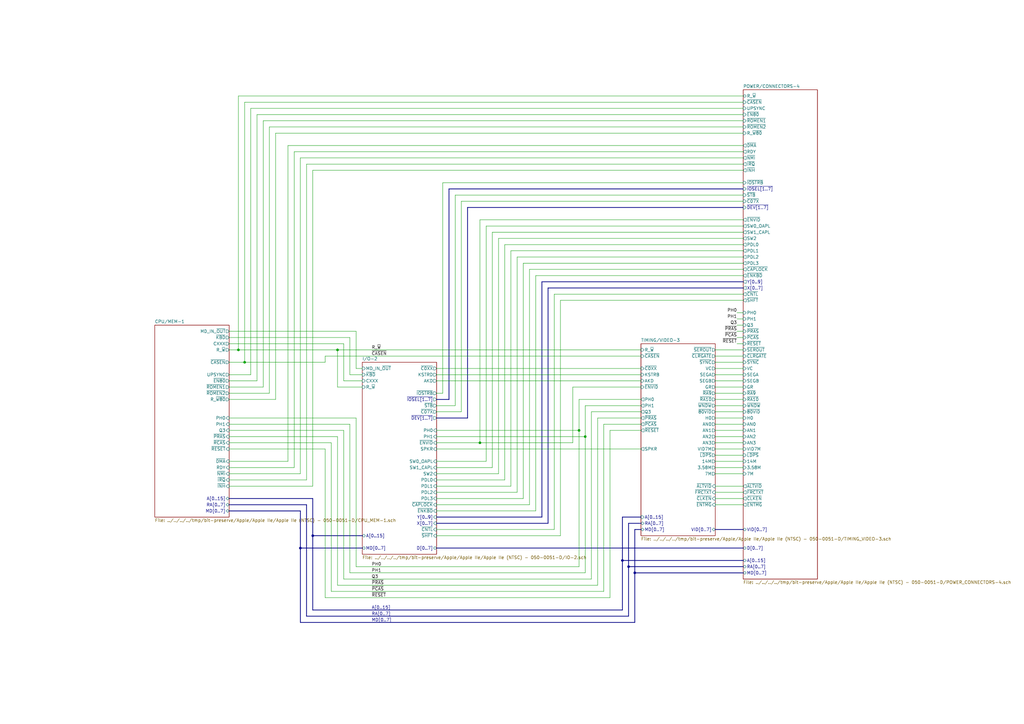
<source format=kicad_sch>
(kicad_sch (version 20230121) (generator eeschema)
  (paper "A3")
  (title_block (title "Apple IIe Computer (NTSC) 050-0051-D"))
  (lib_symbols)
  (junction (at 196.85 181.61))
  (junction (at 257.81 232.41))
  (junction (at 138.43 143.51))
  (junction (at 260.35 234.95))
  (junction (at 97.79 143.51))
  (junction (at 240.03 179.07))
  (junction (at 255.27 229.87))
  (junction (at 128.27 219.71))
  (junction (at 237.49 176.53))
  (junction (at 100.33 148.59))
  (junction (at 123.19 224.79))
  (wire (pts (xy 93.98 176.53) (xy 140.97 176.53)))
  (wire (pts (xy 179.07 207.01) (xy 217.17 207.01)))
  (bus (pts (xy 262.89 217.17) (xy 260.35 217.17)))
  (wire (pts (xy 293.37 181.61) (xy 304.8 181.61)))
  (bus (pts (xy 123.19 209.55) (xy 123.19 224.79)))
  (wire (pts (xy 138.43 158.75) (xy 138.43 143.51)))
  (bus (pts (xy 304.8 85.09) (xy 191.77 85.09)))
  (wire (pts (xy 214.63 204.47) (xy 179.07 204.47)))
  (wire (pts (xy 293.37 158.75) (xy 304.8 158.75)))
  (bus (pts (xy 128.27 219.71) (xy 148.59 219.71)))
  (wire (pts (xy 293.37 184.15) (xy 304.8 184.15)))
  (wire (pts (xy 304.8 123.19) (xy 229.87 123.19)))
  (wire (pts (xy 140.97 140.97) (xy 93.98 140.97)))
  (wire (pts (xy 120.65 191.77) (xy 93.98 191.77)))
  (wire (pts (xy 118.11 59.69) (xy 304.8 59.69)))
  (bus (pts (xy 125.73 207.01) (xy 125.73 252.73)))
  (wire (pts (xy 304.8 113.03) (xy 219.71 113.03)))
  (bus (pts (xy 255.27 212.09) (xy 255.27 229.87)))
  (bus (pts (xy 255.27 212.09) (xy 262.89 212.09)))
  (wire (pts (xy 262.89 184.15) (xy 179.07 184.15)))
  (bus (pts (xy 255.27 229.87) (xy 255.27 250.19)))
  (wire (pts (xy 181.61 161.29) (xy 181.61 74.93)))
  (wire (pts (xy 179.07 166.37) (xy 186.69 166.37)))
  (wire (pts (xy 293.37 204.47) (xy 304.8 204.47)))
  (bus (pts (xy 222.25 115.57) (xy 304.8 115.57)))
  (wire (pts (xy 304.8 52.07) (xy 110.49 52.07)))
  (bus (pts (xy 128.27 250.19) (xy 255.27 250.19)))
  (wire (pts (xy 146.05 232.41) (xy 146.05 171.45)))
  (wire (pts (xy 237.49 163.83) (xy 237.49 176.53)))
  (wire (pts (xy 102.87 44.45) (xy 304.8 44.45)))
  (wire (pts (xy 293.37 201.93) (xy 304.8 201.93)))
  (wire (pts (xy 293.37 199.39) (xy 304.8 199.39)))
  (wire (pts (xy 207.01 196.85) (xy 179.07 196.85)))
  (wire (pts (xy 100.33 41.91) (xy 100.33 148.59)))
  (wire (pts (xy 93.98 158.75) (xy 107.95 158.75)))
  (wire (pts (xy 302.26 130.81) (xy 304.8 130.81)))
  (wire (pts (xy 204.47 97.79) (xy 304.8 97.79)))
  (wire (pts (xy 304.8 54.61) (xy 113.03 54.61)))
  (wire (pts (xy 302.26 140.97) (xy 304.8 140.97)))
  (wire (pts (xy 234.95 158.75) (xy 262.89 158.75)))
  (bus (pts (xy 93.98 209.55) (xy 123.19 209.55)))
  (wire (pts (xy 207.01 100.33) (xy 207.01 196.85)))
  (wire (pts (xy 201.93 191.77) (xy 179.07 191.77)))
  (wire (pts (xy 146.05 151.13) (xy 146.05 135.89)))
  (bus (pts (xy 128.27 219.71) (xy 128.27 250.19)))
  (wire (pts (xy 133.35 184.15) (xy 93.98 184.15)))
  (bus (pts (xy 224.79 118.11) (xy 224.79 214.63)))
  (wire (pts (xy 93.98 194.31) (xy 123.19 194.31)))
  (wire (pts (xy 138.43 179.07) (xy 138.43 240.03)))
  (wire (pts (xy 293.37 186.69) (xy 304.8 186.69)))
  (wire (pts (xy 293.37 153.67) (xy 304.8 153.67)))
  (wire (pts (xy 217.17 207.01) (xy 217.17 110.49)))
  (bus (pts (xy 304.8 77.47) (xy 184.15 77.47)))
  (wire (pts (xy 179.07 161.29) (xy 181.61 161.29)))
  (wire (pts (xy 234.95 181.61) (xy 234.95 158.75)))
  (wire (pts (xy 293.37 176.53) (xy 304.8 176.53)))
  (wire (pts (xy 143.51 173.99) (xy 93.98 173.99)))
  (wire (pts (xy 186.69 80.01) (xy 304.8 80.01)))
  (wire (pts (xy 250.19 176.53) (xy 250.19 245.11)))
  (wire (pts (xy 179.07 199.39) (xy 209.55 199.39)))
  (wire (pts (xy 120.65 62.23) (xy 120.65 191.77)))
  (wire (pts (xy 118.11 189.23) (xy 118.11 59.69)))
  (wire (pts (xy 138.43 143.51) (xy 262.89 143.51)))
  (wire (pts (xy 293.37 146.05) (xy 304.8 146.05)))
  (wire (pts (xy 250.19 245.11) (xy 133.35 245.11)))
  (wire (pts (xy 304.8 46.99) (xy 105.41 46.99)))
  (wire (pts (xy 304.8 67.31) (xy 125.73 67.31)))
  (bus (pts (xy 293.37 217.17) (xy 304.8 217.17)))
  (wire (pts (xy 179.07 217.17) (xy 227.33 217.17)))
  (wire (pts (xy 113.03 54.61) (xy 113.03 163.83)))
  (wire (pts (xy 219.71 209.55) (xy 179.07 209.55)))
  (wire (pts (xy 240.03 166.37) (xy 240.03 179.07)))
  (wire (pts (xy 219.71 113.03) (xy 219.71 209.55)))
  (wire (pts (xy 262.89 163.83) (xy 237.49 163.83)))
  (wire (pts (xy 135.89 181.61) (xy 93.98 181.61)))
  (wire (pts (xy 93.98 153.67) (xy 102.87 153.67)))
  (wire (pts (xy 140.97 156.21) (xy 140.97 140.97)))
  (wire (pts (xy 237.49 232.41) (xy 146.05 232.41)))
  (wire (pts (xy 212.09 201.93) (xy 179.07 201.93)))
  (wire (pts (xy 240.03 179.07) (xy 179.07 179.07)))
  (wire (pts (xy 245.11 240.03) (xy 138.43 240.03)))
  (wire (pts (xy 293.37 191.77) (xy 304.8 191.77)))
  (wire (pts (xy 293.37 166.37) (xy 304.8 166.37)))
  (wire (pts (xy 247.65 173.99) (xy 247.65 242.57)))
  (wire (pts (xy 304.8 41.91) (xy 100.33 41.91)))
  (wire (pts (xy 113.03 163.83) (xy 93.98 163.83)))
  (wire (pts (xy 204.47 194.31) (xy 179.07 194.31)))
  (wire (pts (xy 143.51 153.67) (xy 143.51 138.43)))
  (wire (pts (xy 293.37 156.21) (xy 304.8 156.21)))
  (wire (pts (xy 293.37 163.83) (xy 304.8 163.83)))
  (wire (pts (xy 293.37 189.23) (xy 304.8 189.23)))
  (wire (pts (xy 189.23 82.55) (xy 189.23 168.91)))
  (wire (pts (xy 262.89 176.53) (xy 250.19 176.53)))
  (wire (pts (xy 304.8 100.33) (xy 207.01 100.33)))
  (wire (pts (xy 196.85 90.17) (xy 196.85 181.61)))
  (wire (pts (xy 304.8 107.95) (xy 214.63 107.95)))
  (wire (pts (xy 293.37 143.51) (xy 304.8 143.51)))
  (bus (pts (xy 304.8 229.87) (xy 255.27 229.87)))
  (bus (pts (xy 304.8 118.11) (xy 224.79 118.11)))
  (wire (pts (xy 304.8 105.41) (xy 212.09 105.41)))
  (wire (pts (xy 199.39 92.71) (xy 304.8 92.71)))
  (wire (pts (xy 227.33 217.17) (xy 227.33 120.65)))
  (wire (pts (xy 304.8 62.23) (xy 120.65 62.23)))
  (wire (pts (xy 242.57 237.49) (xy 242.57 168.91)))
  (wire (pts (xy 209.55 199.39) (xy 209.55 102.87)))
  (wire (pts (xy 125.73 67.31) (xy 125.73 196.85)))
  (wire (pts (xy 179.07 189.23) (xy 199.39 189.23)))
  (bus (pts (xy 262.89 214.63) (xy 257.81 214.63)))
  (bus (pts (xy 123.19 224.79) (xy 148.59 224.79)))
  (bus (pts (xy 125.73 252.73) (xy 257.81 252.73)))
  (wire (pts (xy 102.87 153.67) (xy 102.87 44.45)))
  (bus (pts (xy 179.07 212.09) (xy 222.25 212.09)))
  (wire (pts (xy 302.26 133.35) (xy 304.8 133.35)))
  (wire (pts (xy 262.89 173.99) (xy 247.65 173.99)))
  (wire (pts (xy 179.07 181.61) (xy 196.85 181.61)))
  (bus (pts (xy 257.81 232.41) (xy 257.81 252.73)))
  (wire (pts (xy 148.59 153.67) (xy 143.51 153.67)))
  (wire (pts (xy 262.89 166.37) (xy 240.03 166.37)))
  (wire (pts (xy 181.61 74.93) (xy 304.8 74.93)))
  (bus (pts (xy 304.8 232.41) (xy 257.81 232.41)))
  (wire (pts (xy 105.41 46.99) (xy 105.41 156.21)))
  (wire (pts (xy 229.87 123.19) (xy 229.87 219.71)))
  (wire (pts (xy 240.03 234.95) (xy 143.51 234.95)))
  (wire (pts (xy 293.37 151.13) (xy 304.8 151.13)))
  (wire (pts (xy 123.19 194.31) (xy 123.19 64.77)))
  (bus (pts (xy 222.25 212.09) (xy 222.25 115.57)))
  (wire (pts (xy 125.73 196.85) (xy 93.98 196.85)))
  (bus (pts (xy 260.35 217.17) (xy 260.35 234.95)))
  (wire (pts (xy 179.07 151.13) (xy 262.89 151.13)))
  (wire (pts (xy 293.37 171.45) (xy 304.8 171.45)))
  (bus (pts (xy 179.07 224.79) (xy 304.8 224.79)))
  (wire (pts (xy 110.49 52.07) (xy 110.49 161.29)))
  (bus (pts (xy 128.27 204.47) (xy 128.27 219.71)))
  (wire (pts (xy 199.39 189.23) (xy 199.39 92.71)))
  (wire (pts (xy 304.8 82.55) (xy 189.23 82.55)))
  (wire (pts (xy 293.37 207.01) (xy 304.8 207.01)))
  (wire (pts (xy 179.07 153.67) (xy 262.89 153.67)))
  (wire (pts (xy 293.37 168.91) (xy 304.8 168.91)))
  (wire (pts (xy 217.17 110.49) (xy 304.8 110.49)))
  (wire (pts (xy 97.79 143.51) (xy 97.79 39.37)))
  (bus (pts (xy 184.15 163.83) (xy 179.07 163.83)))
  (wire (pts (xy 229.87 219.71) (xy 179.07 219.71)))
  (wire (pts (xy 128.27 199.39) (xy 93.98 199.39)))
  (wire (pts (xy 143.51 234.95) (xy 143.51 173.99)))
  (bus (pts (xy 123.19 224.79) (xy 123.19 255.27)))
  (wire (pts (xy 123.19 64.77) (xy 304.8 64.77)))
  (bus (pts (xy 191.77 171.45) (xy 179.07 171.45)))
  (wire (pts (xy 148.59 158.75) (xy 138.43 158.75)))
  (wire (pts (xy 97.79 143.51) (xy 138.43 143.51)))
  (bus (pts (xy 260.35 234.95) (xy 260.35 255.27)))
  (wire (pts (xy 304.8 95.25) (xy 201.93 95.25)))
  (wire (pts (xy 293.37 179.07) (xy 304.8 179.07)))
  (wire (pts (xy 110.49 161.29) (xy 93.98 161.29)))
  (bus (pts (xy 257.81 214.63) (xy 257.81 232.41)))
  (wire (pts (xy 179.07 156.21) (xy 262.89 156.21)))
  (wire (pts (xy 100.33 148.59) (xy 133.35 148.59)))
  (wire (pts (xy 302.26 138.43) (xy 304.8 138.43)))
  (wire (pts (xy 107.95 49.53) (xy 304.8 49.53)))
  (wire (pts (xy 133.35 146.05) (xy 133.35 148.59)))
  (wire (pts (xy 302.26 128.27) (xy 304.8 128.27)))
  (wire (pts (xy 138.43 179.07) (xy 93.98 179.07)))
  (wire (pts (xy 293.37 148.59) (xy 304.8 148.59)))
  (wire (pts (xy 189.23 168.91) (xy 179.07 168.91)))
  (wire (pts (xy 105.41 156.21) (xy 93.98 156.21)))
  (bus (pts (xy 93.98 204.47) (xy 128.27 204.47)))
  (wire (pts (xy 93.98 143.51) (xy 97.79 143.51)))
  (wire (pts (xy 245.11 171.45) (xy 245.11 240.03)))
  (wire (pts (xy 146.05 171.45) (xy 93.98 171.45)))
  (wire (pts (xy 304.8 69.85) (xy 128.27 69.85)))
  (wire (pts (xy 240.03 179.07) (xy 240.03 234.95)))
  (wire (pts (xy 135.89 242.57) (xy 135.89 181.61)))
  (wire (pts (xy 128.27 69.85) (xy 128.27 199.39)))
  (bus (pts (xy 224.79 214.63) (xy 179.07 214.63)))
  (wire (pts (xy 304.8 90.17) (xy 196.85 90.17)))
  (wire (pts (xy 93.98 189.23) (xy 118.11 189.23)))
  (wire (pts (xy 237.49 176.53) (xy 237.49 232.41)))
  (wire (pts (xy 242.57 168.91) (xy 262.89 168.91)))
  (bus (pts (xy 184.15 77.47) (xy 184.15 163.83)))
  (wire (pts (xy 140.97 176.53) (xy 140.97 237.49)))
  (wire (pts (xy 237.49 176.53) (xy 179.07 176.53)))
  (wire (pts (xy 204.47 194.31) (xy 204.47 97.79)))
  (bus (pts (xy 304.8 234.95) (xy 260.35 234.95)))
  (wire (pts (xy 148.59 151.13) (xy 146.05 151.13)))
  (wire (pts (xy 247.65 242.57) (xy 135.89 242.57)))
  (wire (pts (xy 262.89 171.45) (xy 245.11 171.45)))
  (wire (pts (xy 293.37 194.31) (xy 304.8 194.31)))
  (wire (pts (xy 186.69 166.37) (xy 186.69 80.01)))
  (wire (pts (xy 262.89 146.05) (xy 133.35 146.05)))
  (wire (pts (xy 201.93 95.25) (xy 201.93 191.77)))
  (wire (pts (xy 97.79 39.37) (xy 304.8 39.37)))
  (wire (pts (xy 293.37 173.99) (xy 304.8 173.99)))
  (wire (pts (xy 140.97 237.49) (xy 242.57 237.49)))
  (wire (pts (xy 293.37 161.29) (xy 304.8 161.29)))
  (wire (pts (xy 146.05 135.89) (xy 93.98 135.89)))
  (wire (pts (xy 93.98 148.59) (xy 100.33 148.59)))
  (wire (pts (xy 302.26 135.89) (xy 304.8 135.89)))
  (wire (pts (xy 107.95 158.75) (xy 107.95 49.53)))
  (wire (pts (xy 148.59 156.21) (xy 140.97 156.21)))
  (wire (pts (xy 196.85 181.61) (xy 234.95 181.61)))
  (wire (pts (xy 212.09 105.41) (xy 212.09 201.93)))
  (wire (pts (xy 133.35 245.11) (xy 133.35 184.15)))
  (wire (pts (xy 214.63 107.95) (xy 214.63 204.47)))
  (bus (pts (xy 123.19 255.27) (xy 260.35 255.27)))
  (wire (pts (xy 209.55 102.87) (xy 304.8 102.87)))
  (wire (pts (xy 143.51 138.43) (xy 93.98 138.43)))
  (bus (pts (xy 191.77 85.09) (xy 191.77 171.45)))
  (wire (pts (xy 227.33 120.65) (xy 304.8 120.65)))
  (bus (pts (xy 93.98 207.01) (xy 125.73 207.01)))
  (label "Q3" (at 302.26 133.35 180))
  (label "~{PRAS}" (at 152.4 240.03 0))
  (label "R_~{W}" (at 152.4 143.51 0))
  (label "PH0" (at 302.26 128.27 180))
  (label "RA[0..7]" (at 152.4 252.73 0))
  (label "~{PCAS}" (at 152.4 242.57 0))
  (label "PH1" (at 302.26 130.81 180))
  (label "~{PCAS}" (at 302.26 138.43 180))
  (label "PH1" (at 152.4 234.95 0))
  (label "Q3" (at 152.4 237.49 0))
  (label "~{RESET}" (at 302.26 140.97 180))
  (label "~{PRAS}" (at 302.26 135.89 180))
  (label "~{CASEN}" (at 152.4 146.05 0))
  (label "A[0..15]" (at 152.4 250.19 0))
  (label "MD[0..7]" (at 152.4 255.27 0))
  (label "PH0" (at 152.4 232.41 0))
  (label "~{RESET}" (at 152.4 245.11 0))
  (sheet (at 63.5 133.35) (size 30.48 78.74)
    (property "Sheetname" "CPU/MEM-1" (at 63.5 132.6384 0) (effects (justify left bottom)))
    (property "Sheetfile" "../../../../tmp/bit-preserve/Apple/Apple IIe/Apple IIe (NTSC) - 050-0051-D/CPU_MEM-1.sch" (at 63.5 212.6746 0) (effects (justify left top)))
    (pin "~{RESET}" input (at 93.98 184.15 0))
    (pin "~{IRQ}" input (at 93.98 196.85 0))
    (pin "~{NMI}" input (at 93.98 194.31 0))
    (pin "RDY" input (at 93.98 191.77 0))
    (pin "~{DMA}" input (at 93.98 189.23 0))
    (pin "RA[0..7]" bidirectional (at 93.98 207.01 0))
    (pin "PH0" input (at 93.98 171.45 0))
    (pin "Q3" input (at 93.98 176.53 0))
    (pin "~{PRAS}" input (at 93.98 179.07 0))
    (pin "~{RCAS}" input (at 93.98 181.61 0))
    (pin "~{INH}" input (at 93.98 199.39 0))
    (pin "R_~{W}" output (at 93.98 143.51 0))
    (pin "R_~{W80}" output (at 93.98 163.83 0))
    (pin "MD[0..7]" bidirectional (at 93.98 209.55 0))
    (pin "~{ROMEN1}" output (at 93.98 158.75 0))
    (pin "~{ROMEN2}" output (at 93.98 161.29 0))
    (pin "~{EN80}" output (at 93.98 156.21 0))
    (pin "CXXX" output (at 93.98 140.97 0))
    (pin "~{KBD}" output (at 93.98 138.43 0))
    (pin "~{CASEN}" output (at 93.98 148.59 0))
    (pin "UPSYNC" output (at 93.98 153.67 0))
    (pin "MD_IN_~{OUT}" output (at 93.98 135.89 0))
    (pin "A[0..15]" bidirectional (at 93.98 204.47 0))
    (pin "PH1" input (at 93.98 173.99 0))
  )
  (sheet (at 148.59 148.59) (size 30.48 78.74)
    (property "Sheetname" "I/O-2" (at 148.59 147.8784 0) (effects (justify left bottom)))
    (property "Sheetfile" "../../../../tmp/bit-preserve/Apple/Apple IIe/Apple IIe (NTSC) - 050-0051-D/IO-2.sch" (at 148.59 227.9146 0) (effects (justify left top)))
    (pin "SW2" input (at 179.07 194.31 0))
    (pin "SW1_CAPL" input (at 179.07 191.77 0))
    (pin "SW0_OAPL" input (at 179.07 189.23 0))
    (pin "~{IOSTRB}" output (at 179.07 161.29 0))
    (pin "~{STB}" output (at 179.07 166.37 0))
    (pin "PDL0" input (at 179.07 196.85 0))
    (pin "PDL1" input (at 179.07 199.39 0))
    (pin "PDL2" input (at 179.07 201.93 0))
    (pin "PDL3" input (at 179.07 204.47 0))
    (pin "PH0" input (at 179.07 176.53 0))
    (pin "R_~{W}" input (at 148.59 158.75 180))
    (pin "MD_IN_~{OUT}" input (at 148.59 151.13 180))
    (pin "~{ENVID}" input (at 179.07 181.61 0))
    (pin "~{CAPLOCK}" input (at 179.07 207.01 0))
    (pin "~{KBD}" input (at 148.59 153.67 180))
    (pin "~{ENKBD}" input (at 179.07 209.55 0))
    (pin "~{CNTL}" input (at 179.07 217.17 0))
    (pin "~{SHFT}" input (at 179.07 219.71 0))
    (pin "AKD" output (at 179.07 156.21 0))
    (pin "KSTRD" output (at 179.07 153.67 0))
    (pin "MD[0..7]" bidirectional (at 148.59 224.79 180))
    (pin "A[0..15]" bidirectional (at 148.59 219.71 180))
    (pin "PH1" input (at 179.07 179.07 0))
    (pin "CXXX" input (at 148.59 156.21 180))
    (pin "SPKR" input (at 179.07 184.15 0))
    (pin "~{C07X}" output (at 179.07 168.91 0))
    (pin "~{IOSEL[1..7]}" output (at 179.07 163.83 0))
    (pin "~{DEV[1..7]}" output (at 179.07 171.45 0))
    (pin "D[0..7]" bidirectional (at 179.07 224.79 0))
    (pin "Y[0..9]" input (at 179.07 212.09 0))
    (pin "X[0..7]" input (at 179.07 214.63 0))
    (pin "~{C0XX}" output (at 179.07 151.13 0))
  )
  (sheet (at 262.89 140.97) (size 30.48 78.74)
    (property "Sheetname" "TIMING/VIDEO-3" (at 262.89 140.2584 0) (effects (justify left bottom)))
    (property "Sheetfile" "../../../../tmp/bit-preserve/Apple/Apple IIe/Apple IIe (NTSC) - 050-0051-D/TIMING_VIDEO-3.sch" (at 262.89 220.2946 0) (effects (justify left top)))
    (pin "~{ALTVID}" input (at 293.37 199.39 0))
    (pin "~{ENVID}" input (at 262.89 158.75 180))
    (pin "MD[0..7]" bidirectional (at 262.89 217.17 180))
    (pin "R_~{W}" input (at 262.89 143.51 180))
    (pin "~{C0XX}" input (at 262.89 151.13 180))
    (pin "KSTRB" input (at 262.89 153.67 180))
    (pin "AKD" input (at 262.89 156.21 180))
    (pin "~{FRCTXT}" input (at 293.37 201.93 0))
    (pin "~{CASEN}" input (at 262.89 146.05 180))
    (pin "~{CLRGATE}" output (at 293.37 146.05 0))
    (pin "~{SYNC}" output (at 293.37 148.59 0))
    (pin "VC" output (at 293.37 151.13 0))
    (pin "SPKR" output (at 262.89 184.15 180))
    (pin "SEGB" output (at 293.37 156.21 0))
    (pin "SEGA" output (at 293.37 153.67 0))
    (pin "GR" output (at 293.37 158.75 0))
    (pin "~{RA10}" output (at 293.37 163.83 0))
    (pin "~{RA9}" output (at 293.37 161.29 0))
    (pin "~{WNDW}" output (at 293.37 166.37 0))
    (pin "~{80VID}" output (at 293.37 168.91 0))
    (pin "RA[0..7]" bidirectional (at 262.89 214.63 180))
    (pin "H0" output (at 293.37 171.45 0))
    (pin "AN0" output (at 293.37 173.99 0))
    (pin "AN1" output (at 293.37 176.53 0))
    (pin "AN2" output (at 293.37 179.07 0))
    (pin "AN3" output (at 293.37 181.61 0))
    (pin "~{RESET}" output (at 262.89 176.53 180))
    (pin "VID7M" output (at 293.37 184.15 0))
    (pin "~{LDPS}" output (at 293.37 186.69 0))
    (pin "~{PRAS}" output (at 262.89 171.45 180))
    (pin "~{PCAS}" output (at 262.89 173.99 180))
    (pin "Q3" output (at 262.89 168.91 180))
    (pin "PH1" output (at 262.89 166.37 180))
    (pin "PH0" output (at 262.89 163.83 180))
    (pin "14M" output (at 293.37 189.23 0))
    (pin "3.58M" output (at 293.37 191.77 0))
    (pin "7M" output (at 293.37 194.31 0))
    (pin "~{CLKEN}" input (at 293.37 204.47 0))
    (pin "~{ENTMG}" input (at 293.37 207.01 0))
    (pin "A[0..15]" input (at 262.89 212.09 180))
    (pin "~{SEROUT}" output (at 293.37 143.51 0))
    (pin "VID[0..7]" bidirectional (at 293.37 217.17 0))
  )
  (sheet (at 304.8 36.83) (size 30.48 200.66)
    (property "Sheetname" "POWER/CONNECTORS-4" (at 304.8 36.1184 0) (effects (justify left bottom)))
    (property "Sheetfile" "../../../../tmp/bit-preserve/Apple/Apple IIe/Apple IIe (NTSC) - 050-0051-D/POWER_CONNECTORS-4.sch" (at 304.8 238.0746 0) (effects (justify left top)))
    (pin "A[0..15]" bidirectional (at 304.8 229.87 180))
    (pin "UPSYNC" input (at 304.8 44.45 180))
    (pin "~{CASEN}" input (at 304.8 41.91 180))
    (pin "~{EN80}" input (at 304.8 46.99 180))
    (pin "~{ROMEN1}" input (at 304.8 49.53 180))
    (pin "~{ROMEN2}" input (at 304.8 52.07 180))
    (pin "MD[0..7]" bidirectional (at 304.8 234.95 180))
    (pin "R_~{W80}" input (at 304.8 54.61 180))
    (pin "R_~{W}" bidirectional (at 304.8 39.37 180))
    (pin "~{IOSTRB}" input (at 304.8 74.93 180))
    (pin "~{IOSEL[1..7]}" input (at 304.8 77.47 180))
    (pin "~{STB}" input (at 304.8 80.01 180))
    (pin "~{DEV[1..7]}" input (at 304.8 85.09 180))
    (pin "D[0..7]" bidirectional (at 304.8 224.79 180))
    (pin "VID[0..7]" bidirectional (at 304.8 217.17 180))
    (pin "~{SEROUT}" input (at 304.8 143.51 180))
    (pin "~{CLRGATE}" input (at 304.8 146.05 180))
    (pin "~{SYNC}" input (at 304.8 148.59 180))
    (pin "VC" input (at 304.8 151.13 180))
    (pin "SEGA" input (at 304.8 153.67 180))
    (pin "SEGB" input (at 304.8 156.21 180))
    (pin "GR" input (at 304.8 158.75 180))
    (pin "~{RA9}" input (at 304.8 161.29 180))
    (pin "~{RA10}" input (at 304.8 163.83 180))
    (pin "~{WNDW}" input (at 304.8 166.37 180))
    (pin "~{80VID}" input (at 304.8 168.91 180))
    (pin "H0" input (at 304.8 171.45 180))
    (pin "AN0" input (at 304.8 173.99 180))
    (pin "AN1" input (at 304.8 176.53 180))
    (pin "AN2" input (at 304.8 179.07 180))
    (pin "AN3" input (at 304.8 181.61 180))
    (pin "~{RESET}" input (at 304.8 140.97 180))
    (pin "VID7M" input (at 304.8 184.15 180))
    (pin "~{LDPS}" input (at 304.8 186.69 180))
    (pin "~{PRAS}" input (at 304.8 135.89 180))
    (pin "~{PCAS}" input (at 304.8 138.43 180))
    (pin "PH0" input (at 304.8 128.27 180))
    (pin "PH1" input (at 304.8 130.81 180))
    (pin "Q3" input (at 304.8 133.35 180))
    (pin "14M" input (at 304.8 189.23 180))
    (pin "3.58M" input (at 304.8 191.77 180))
    (pin "7M" input (at 304.8 194.31 180))
    (pin "~{ALTVID}" output (at 304.8 199.39 180))
    (pin "~{ENVID}" output (at 304.8 90.17 180))
    (pin "~{FRCTXT}" output (at 304.8 201.93 180))
    (pin "~{CLKEN}" output (at 304.8 204.47 180))
    (pin "~{ENTMG}" output (at 304.8 207.01 180))
    (pin "~{DMA}" output (at 304.8 59.69 180))
    (pin "RDY" output (at 304.8 62.23 180))
    (pin "~{NMI}" output (at 304.8 64.77 180))
    (pin "~{IRQ}" output (at 304.8 67.31 180))
    (pin "~{INH}" output (at 304.8 69.85 180))
    (pin "SW0_OAPL" output (at 304.8 92.71 180))
    (pin "SW1_CAPL" output (at 304.8 95.25 180))
    (pin "SW2" output (at 304.8 97.79 180))
    (pin "PDL0" output (at 304.8 100.33 180))
    (pin "PDL1" output (at 304.8 102.87 180))
    (pin "PDL2" output (at 304.8 105.41 180))
    (pin "PDL3" output (at 304.8 107.95 180))
    (pin "~{CAPLOCK}" output (at 304.8 110.49 180))
    (pin "~{ENKBD}" output (at 304.8 113.03 180))
    (pin "Y[0..9]" output (at 304.8 115.57 180))
    (pin "X[0..7]" output (at 304.8 118.11 180))
    (pin "~{CNTL}" output (at 304.8 120.65 180))
    (pin "~{SHFT}" output (at 304.8 123.19 180))
    (pin "~{C07X}" input (at 304.8 82.55 180))
    (pin "RA[0..7]" bidirectional (at 304.8 232.41 180))
  )
)
</source>
